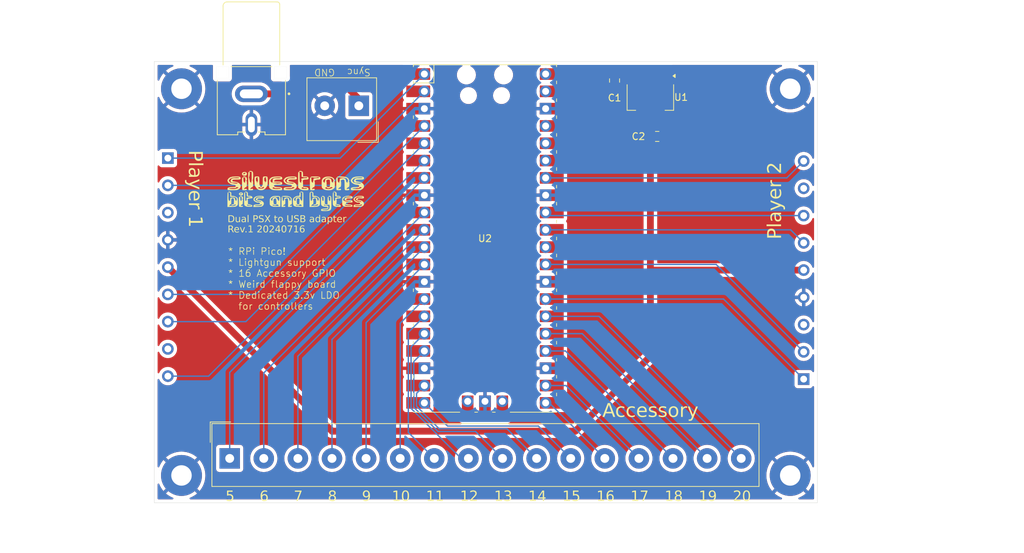
<source format=kicad_pcb>
(kicad_pcb (version 20240108) (generator "pcbnew") (generator_version "8.0")
  (layers (0 "F.Cu" signal) (31 "B.Cu" signal) (34 "B.Paste" user) (35 "F.Paste" user) (36 "B.SilkS" user "B.Silkscreen") (37 "F.SilkS" user "F.Silkscreen") (38 "B.Mask" user) (39 "F.Mask" user) (44 "Edge.Cuts" user))
  (net 0 "")
  (net 1 "+5V")
  (net 2 "+3.3V")
  (net 3 "/PS_DAT_1")
  (net 4 "/PS_CMD_1")
  (net 5 "/PS_ACK_1")
  (net 6 "GND")
  (net 7 "/~{PS_ATT_1}")
  (net 8 "/PS_CLK_1")
  (net 9 "/PS_DAT_2")
  (net 10 "/PS_CLK_2")
  (net 11 "/PS_ACK_2")
  (net 12 "/~{PS_ATT_2}")
  (net 13 "/PS_CMD_2")
  (net 32 "Net-(J2-Pin_4)")
  (net 33 "Net-(J2-Pin_3)")
  (net 34 "Net-(J2-Pin_13)")
  (net 35 "Net-(J2-Pin_5)")
  (net 36 "Net-(J2-Pin_14)")
  (net 37 "Net-(J2-Pin_15)")
  (net 38 "Net-(J2-Pin_16)")
  (net 39 "Net-(J2-Pin_6)")
  (net 40 "Net-(J2-Pin_9)")
  (net 41 "Net-(J2-Pin_2)")
  (net 42 "Net-(J2-Pin_12)")
  (net 43 "Net-(J2-Pin_11)")
  (net 44 "Net-(J2-Pin_8)")
  (net 45 "Net-(J2-Pin_1)")
  (net 46 "Net-(J2-Pin_10)")
  (net 47 "Net-(J2-Pin_7)")
  (net 48 "Net-(J4-Pin_1)")
  (footprint "TerminalBlock_Altech:Altech_AK100_1x02_P5.00mm" (layer "F.Cu") (at 137.5 64.5 180)
    (property "Reference" "J4" (hide yes))
    (property "Value" "Sync")
  )
  (footprint "MountingHole:MountingHole_3mm_Pad" (layer "F.Cu") (at 200.75 62)
    (property "Reference" "H2" (hide yes))
    (property "Value" "MountingHole_Pad")
  )
  (footprint "KiCad Components:RPi_Pico_SMD_TH" (layer "F.Cu") (at 156 83.97)
    (property "Reference" "U2")
    (property "Value" "Pi Pico")
  )
  (footprint "MountingHole:MountingHole_3mm_Pad" (layer "F.Cu") (at 200.75 118.75)
    (property "Reference" "H4" (hide yes))
    (property "Value" "MountingHole_Pad")
  )
  (footprint "Capacitor_SMD:C_0805_2012Metric" (layer "F.Cu") (at 175 60.789999 -90)
    (property "Reference" "C1")
    (property "Value" "10uF")
  )
  (footprint "MountingHole:MountingHole_3mm_Pad" (layer "F.Cu") (at 111.5 62)
    (property "Reference" "H1" (hide yes))
    (property "Value" "MountingHole_Pad")
  )
  (footprint "Package_TO_SOT_SMD:SOT-223-3_TabPin2" (layer "F.Cu") (at 180.25 63.25 -90)
    (property "Reference" "U1")
    (property "Value" "AMS1117-3.3")
  )
  (footprint "TerminalBlock_Altech:Altech_AK100_1x16_P5.00mm" (layer "F.Cu") (at 118.5675 116.25)
    (property "Reference" "J2" (hide yes))
    (property "Value" "Accessory")
  )
  (footprint "KiCad Components:sbab-logo-20x6mm" (layer "F.Cu") (at 128.25 77)
    (property "Reference" "G***" (hide yes))
    (property "Value" "LOGO" (hide yes))
  )
  (footprint "MountingHole:MountingHole_3mm_Pad" (layer "F.Cu") (at 111.5 118.75)
    (property "Reference" "H3" (hide yes))
    (property "Value" "MountingHole_Pad")
  )
  (footprint "KiCad Components:PSX_Pad_Connector" (layer "F.Cu") (at 216.725 88.611666)
    (property "Reference" "J3" (hide yes))
    (property "Value" "Lightgun 2")
  )
  (footprint "Symbol:OSHW-Logo2_9.8x8mm_Copper" (layer "F.Cu") (at 189.25 100.25)
    (property "Reference" "REF**" (hide yes))
    (property "Value" "OSHW-Logo2_9.8x8mm_Copper" (hide yes))
  )
  (footprint "KiCad Components:CUI_RCJ-047" (layer "F.Cu") (at 121.75 58.75 90)
    (property "Reference" "J5" (hide yes))
    (property "Value" "Lightgun Csync")
    (fp_line (start 0 -5.15) (end -1.7 -5.149999) (stroke (width 0.01)) (layer "Edge.Cuts"))
    (fp_line (start -1.7 -5.149999) (end -1.7 -3.35) (stroke (width 0.01)) (layer "Edge.Cuts"))
    (fp_line (start 0 -3.35) (end 0 -5.15) (stroke (width 0.01)) (layer "Edge.Cuts"))
    (fp_line (start -1.7 -3.35) (end 0 -3.35) (stroke (width 0.01)) (layer "Edge.Cuts"))
    (fp_line (start 0 3.35) (end -1.7 3.35) (stroke (width 0.01)) (layer "Edge.Cuts"))
    (fp_line (start -1.7 3.35) (end -1.7 5.149999) (stroke (width 0.01)) (layer "Edge.Cuts"))
    (fp_line (start -1.7 5.149999) (end 0 5.15) (stroke (width 0.01)) (layer "Edge.Cuts"))
    (fp_line (start 0 5.15) (end 0 3.35) (stroke (width 0.01)) (layer "Edge.Cuts"))
  )
  (footprint "KiCad Components:PSX_Pad_Connector" (layer "F.Cu") (at 95.5 88.176666 180)
    (property "Reference" "J1" (hide yes))
    (property "Value" "Lightgun 1")
  )
  (footprint "Capacitor_SMD:C_0805_2012Metric" (layer "F.Cu") (at 181.25 69)
    (property "Reference" "C2")
    (property "Value" "10uF")
  )
  (gr_rect (start 107.5 58) (end 204.75 122.75) (stroke (width 0.05)) (fill none) (layer "Edge.Cuts"))
  (gr_text "13" (at 157.337982 122.75 0) (layer "F.SilkS") (effects (font (size 1.5 1.5) (thickness 0.1)) (justify left bottom)))
  (gr_text "7" (at 127.952741 122.75 0) (layer "F.SilkS") (effects (font (size 1.5 1.5) (thickness 0.1)) (justify left bottom)))
  (gr_text "Accessory" (at 180.25 110.5 0) (layer "F.SilkS") (effects (font (size 2 2) (thickness 0.1)) (justify bottom)))
  (gr_text "15" (at 167.337982 122.75 0) (layer "F.SilkS") (effects (font (size 1.5 1.5) (thickness 0.1)) (justify left bottom)))
  (gr_text "11" (at 147.337982 122.75 0) (layer "F.SilkS") (effects (font (size 1.5 1.5) (thickness 0.1)) (justify left bottom)))
  (gr_text "12" (at 152.337982 122.75 0) (layer "F.SilkS") (effects (font (size 1.5 1.5) (thickness 0.1)) (justify left bottom)))
  (gr_text "GND" (at 134.07381 59 180) (layer "F.SilkS") (effects (font (size 1 1) (thickness 0.1)) (justify left bottom)))
  (gr_text "8" (at 132.952741 122.75 0) (layer "F.SilkS") (effects (font (size 1.5 1.5) (thickness 0.1)) (justify left bottom)))
  (gr_text "Sync" (at 139.288096 59 180) (layer "F.SilkS") (effects (font (size 1 1) (thickness 0.1)) (justify left bottom)))
  (gr_text "9" (at 137.952741 122.75 0) (layer "F.SilkS") (effects (font (size 1.5 1.5) (thickness 0.1)) (justify left bottom)))
  (gr_text "Dual PSX to USB adapter\n" (at 118.25 81.75 0) (layer "F.SilkS") (effects (font (size 1 1) (thickness 0.1)) (justify left bottom)))
  (gr_text "10" (at 142.337982 122.75 0) (layer "F.SilkS") (effects (font (size 1.5 1.5) (thickness 0.1)) (justify left bottom)))
  (gr_text "20" (at 192.337982 122.75 0) (layer "F.SilkS") (effects (font (size 1.5 1.5) (thickness 0.1)) (justify left bottom)))
  (gr_text "17" (at 177.337982 122.75 0) (layer "F.SilkS") (effects (font (size 1.5 1.5) (thickness 0.1)) (justify left bottom)))
  (gr_text "19" (at 187.337982 122.75 0) (layer "F.SilkS") (effects (font (size 1.5 1.5) (thickness 0.1)) (justify left bottom)))
  (gr_text "16" (at 172.337982 122.75 0) (layer "F.SilkS") (effects (font (size 1.5 1.5) (thickness 0.1)) (justify left bottom)))
  (gr_text "* RPi Pico!\n* Lightgun support\n* 16 Accessory GPIO\n* Weird flappy board\n* Dedicated 3.3v LDO\n  for controllers" (at 118.25 94.5 0) (layer "F.SilkS") (effects (font (size 1 1) (thickness 0.1)) (justify left bottom)))
  (gr_text "18" (at 182.337982 122.75 0) (layer "F.SilkS") (effects (font (size 1.5 1.5) (thickness 0.1)) (justify left bottom)))
  (gr_text "Rev.1 20240716" (at 118.25 83.25 0) (layer "F.SilkS") (effects (font (size 1 1) (thickness 0.1)) (justify left bottom)))
  (gr_text "6" (at 122.952741 122.75 0) (layer "F.SilkS") (effects (font (size 1.5 1.5) (thickness 0.1)) (justify left bottom)))
  (gr_text "5" (at 117.952741 122.75 0) (layer "F.SilkS") (effects (font (size 1.5 1.5) (thickness 0.1)) (justify left bottom)))
  (gr_text "Player 1" (at 112.25 71 -90) (layer "F.SilkS") (effects (font (size 2 2) (thickness 0.1)) (justify left bottom)))
  (gr_text "Player 2" (at 199.75 84.114863 90) (layer "F.SilkS") (effects (font (size 2 2) (thickness 0.1)) (justify left bottom)))
  (gr_text "14" (at 162.337982 122.75 0) (layer "F.SilkS") (effects (font (size 1.5 1.5) (thickness 0.1)) (justify left bottom)))
  (segment (start 175 59.84) (end 177.69 59.84) (width 1) (layer "F.Cu") (net 1))
  (segment (start 177.69 59.84) (end 177.95 60.1) (width 1) (layer "F.Cu") (net 1))
  (segment (start 164.89 59.84) (end 175 59.84) (width 1) (layer "F.Cu") (net 1))
  (segment (start 180.388334 88.611666) (end 180.25 88.75) (width 1) (layer "F.Cu") (net 2))
  (segment (start 180.25 88.75) (end 180.25 66.399999) (width 1) (layer "F.Cu") (net 2))
  (segment (start 133.573334 112.25) (end 169.25 112.25) (width 1) (layer "F.Cu") (net 2))
  (segment (start 180.25 60.100001) (end 180.25 66.399999) (width 1) (layer "F.Cu") (net 2))
  (segment (start 180.25 68.95) (end 180.3 69) (width 0.5) (layer "F.Cu") (net 2))
  (segment (start 180.25 101.25) (end 180.25 88.75) (width 1) (layer "F.Cu") (net 2))
  (segment (start 169.25 112.25) (end 180.25 101.25) (width 1) (layer "F.Cu") (net 2))
  (segment (start 109.5 88.176666) (end 133.573334 112.25) (width 1) (layer "F.Cu") (net 2))
  (segment (start 180.3 66.449999) (end 180.25 66.399999) (width 1) (layer "F.Cu") (net 2))
  (segment (start 180.3 69) (end 180.3 66.449999) (width 1) (layer "F.Cu") (net 2))
  (segment (start 202.725 88.611666) (end 180.388334 88.611666) (width 1) (layer "F.Cu") (net 2))
  (segment (start 109.499999 72.176666) (end 134.773334 72.176666) (width 0.2) (layer "B.Cu") (net 3))
  (segment (start 134.773334 72.176666) (end 147.11 59.84) (width 0.2) (layer "B.Cu") (net 3))
  (segment (start 133.313333 76.176667) (end 147.11 62.38) (width 0.2) (layer "B.Cu") (net 4))
  (segment (start 109.5 76.176667) (end 133.313333 76.176667) (width 0.2) (layer "B.Cu") (net 4))
  (segment (start 115.473334 104.176666) (end 147.11 72.54) (width 0.2) (layer "B.Cu") (net 5))
  (segment (start 109.499999 104.176666) (end 115.473334 104.176666) (width 0.2) (layer "B.Cu") (net 5))
  (segment (start 109.5 92.176666) (end 122.393334 92.176666) (width 0.2) (layer "B.Cu") (net 7))
  (segment (start 122.393334 92.176666) (end 147.11 67.46) (width 0.2) (layer "B.Cu") (net 7))
  (segment (start 120.933334 96.176666) (end 147.11 70) (width 0.2) (layer "B.Cu") (net 8))
  (segment (start 109.5 96.176666) (end 120.933334 96.176666) (width 0.2) (layer "B.Cu") (net 8))
  (segment (start 202.725 104.611666) (end 190.973334 92.86) (width 0.2) (layer "B.Cu") (net 9))
  (segment (start 190.973334 92.86) (end 164.89 92.86) (width 0.2) (layer "B.Cu") (net 9))
  (segment (start 202.725 80.611666) (end 165.341666 80.611666) (width 0.2) (layer "B.Cu") (net 10))
  (segment (start 165.341666 80.611666) (end 164.89 80.16) (width 0.2) (layer "B.Cu") (net 10))
  (segment (start 200.256666 75.08) (end 202.725 72.611666) (width 0.2) (layer "B.Cu") (net 11))
  (segment (start 164.89 75.08) (end 200.256666 75.08) (width 0.2) (layer "B.Cu") (net 11))
  (segment (start 200.813334 82.7) (end 202.725 84.611666) (width 0.2) (layer "B.Cu") (net 12))
  (segment (start 164.89 82.7) (end 200.813334 82.7) (width 0.2) (layer "B.Cu") (net 12))
  (segment (start 164.89 87.78) (end 189.893334 87.78) (width 0.2) (layer "B.Cu") (net 13))
  (segment (start 189.893334 87.78) (end 202.725 100.611666) (width 0.2) (layer "B.Cu") (net 13))
  (segment (start 133.5675 116.25) (end 133.5675 98.7825) (width 0.2) (layer "B.Cu") (net 32))
  (segment (start 133.5675 98.7825) (end 147.11 85.24) (width 0.2) (layer "B.Cu") (net 32))
  (segment (start 128.5675 101.2425) (end 147.11 82.7) (width 0.2) (layer "B.Cu") (net 33))
  (segment (start 128.5675 116.25) (end 128.5675 101.2425) (width 0.2) (layer "B.Cu") (net 33))
  (segment (start 167.8775 105.56) (end 178.5675 116.25) (width 0.2) (layer "B.Cu") (net 34))
  (segment (start 164.89 105.56) (end 167.8775 105.56) (width 0.2) (layer "B.Cu") (net 34))
  (segment (start 138.5675 116.25) (end 138.5675 96.3225) (width 0.2) (layer "B.Cu") (net 35))
  (segment (start 138.5675 96.3225) (end 147.11 87.78) (width 0.2) (layer "B.Cu") (net 35))
  (segment (start 164.89 100.48) (end 167.7975 100.48) (width 0.2) (layer "B.Cu") (net 36))
  (segment (start 167.7975 100.48) (end 183.5675 116.25) (width 0.2) (layer "B.Cu") (net 36))
  (segment (start 170.2575 97.94) (end 188.5675 116.25) (width 0.2) (layer "B.Cu") (net 37))
  (segment (start 164.89 97.94) (end 170.2575 97.94) (width 0.2) (layer "B.Cu") (net 37))
  (segment (start 164.89 95.4) (end 172.7175 95.4) (width 0.2) (layer "B.Cu") (net 38))
  (segment (start 172.7175 95.4) (end 193.5675 116.25) (width 0.2) (layer "B.Cu") (net 38))
  (segment (start 147.11 92.86) (end 143.5675 96.4025) (width 0.2) (layer "B.Cu") (net 39))
  (segment (start 143.5675 96.4025) (end 143.5675 116.25) (width 0.2) (layer "B.Cu") (net 39))
  (segment (start 158.5675 116.25) (end 154.6175 112.3) (width 0.2) (layer "B.Cu") (net 40))
  (segment (start 154.6175 112.3) (end 149.117968 112.3) (width 0.2) (layer "B.Cu") (net 40))
  (segment (start 145.56 108.742031) (end 145.56 102.03) (width 0.2) (layer "B.Cu") (net 40))
  (segment (start 149.117968 112.3) (end 145.56 108.742031) (width 0.2) (layer "B.Cu") (net 40))
  (segment (start 145.56 102.03) (end 147.11 100.48) (width 0.2) (layer "B.Cu") (net 40))
  (segment (start 123.5675 116.25) (end 123.5675 103.7025) (width 0.2) (layer "B.Cu") (net 41))
  (segment (start 123.5675 103.7025) (end 147.11 80.16) (width 0.2) (layer "B.Cu") (net 41))
  (segment (start 165.4175 108.1) (end 173.5675 116.25) (width 0.2) (layer "B.Cu") (net 42))
  (segment (start 164.89 108.1) (end 165.4175 108.1) (width 0.2) (layer "B.Cu") (net 42))
  (segment (start 147.11 108.1) (end 150.51 111.5) (width 0.2) (layer "B.Cu") (net 43))
  (segment (start 150.51 111.5) (end 163.8175 111.5) (width 0.2) (layer "B.Cu") (net 43))
  (segment (start 163.8175 111.5) (end 168.5675 116.25) (width 0.2) (layer "B.Cu") (net 43))
  (segment (start 145.16 99.89) (end 147.11 97.94) (width 0.2) (layer "B.Cu") (net 44))
  (segment (start 153.5675 116.25) (end 152.502282 116.25) (width 0.2) (layer "B.Cu") (net 44))
  (segment (start 152.502282 116.25) (end 145.16 108.907716) (width 0.2) (layer "B.Cu") (net 44))
  (segment (start 145.16 108.907716) (end 145.16 99.89) (width 0.2) (layer "B.Cu") (net 44))
  (segment (start 147.11 75.08) (end 118.5675 103.6225) (width 0.2) (layer "B.Cu") (net 45))
  (segment (start 118.5675 103.6225) (end 118.5675 116.25) (width 0.2) (layer "B.Cu") (net 45))
  (segment (start 159.2175 111.9) (end 163.5675 116.25) (width 0.2) (layer "B.Cu") (net 46))
  (segment (start 149.283654 111.9) (end 159.2175 111.9) (width 0.2) (layer "B.Cu") (net 46))
  (segment (start 145.96 106.71) (end 145.96 108.576346) (width 0.2) (layer "B.Cu") (net 46))
  (segment (start 145.96 108.576346) (end 149.283654 111.9) (width 0.2) (layer "B.Cu") (net 46))
  (segment (start 147.11 105.56) (end 145.96 106.71) (width 0.2) (layer "B.Cu") (net 46))
  (segment (start 144.76 112.4425) (end 144.76 97.75) (width 0.2) (layer "B.Cu") (net 47))
  (segment (start 148.5675 116.25) (end 144.76 112.4425) (width 0.2) (layer "B.Cu") (net 47))
  (segment (start 144.76 97.75) (end 147.11 95.4) (width 0.2) (layer "B.Cu") (net 47))
  (segment (start 126.014213 62.75) (end 127.464213 61.3) (width 1) (layer "F.Cu") (net 48))
  (segment (start 127.464213 61.3) (end 135.3 61.3) (width 1) (layer "F.Cu") (net 48))
  (segment (start 135.3 61.3) (end 137.5 63.5) (width 1) (layer "F.Cu") (net 48))
  (segment (start 121.75 62.75) (end 126.014213 62.75) (width 1) (layer "F.Cu") (net 48))
  (segment (start 137.5 63.5) (end 137.5 64.5) (width 1) (layer "F.Cu") (net 48))
  (zone (net 6) (net_name "GND") (layers "F&B.Cu") (connect_pads (clearance 0.5)) (min_thickness 0.25) (fill yes (thermal_gap 0.5) (thermal_bridge_width 0.5))
    (polygon (pts (xy 106.25 56.5) (xy 106.25 124) (xy 206 124) (xy 206.75 123.25) (xy 206.75 57.25) (xy 205.5 56) (xy 106.75 56)))
  )
)
</source>
